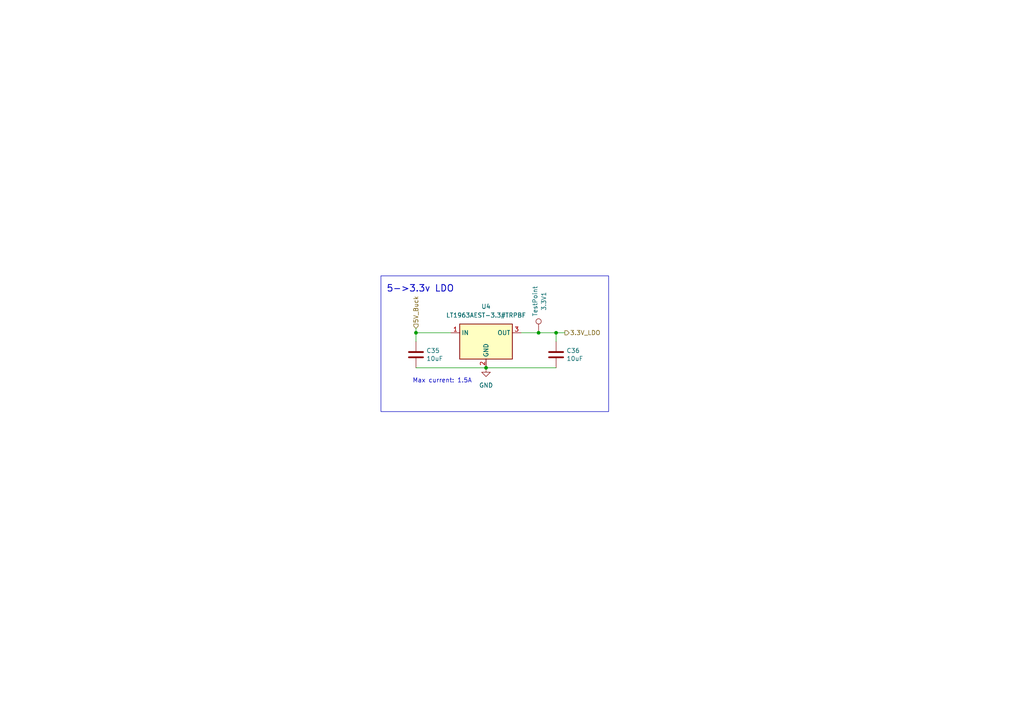
<source format=kicad_sch>
(kicad_sch (version 20250114) (generator "eeschema") (generator_version "9.0")
  (paper "A4")
  (lib_symbols
    (symbol "Connector:TestPoint" (pin_numbers (hide yes)) (pin_names (offset 0.762) (hide yes))
      (property "Reference" "TP" (at 0 6.858 0))
      (property "Value" "TestPoint" (at 0 5.08 0))
      (symbol "TestPoint_0_1"
        (circle (center 0 3.302) (radius 0.762))
      )
      (symbol "TestPoint_1_1"
        (pin passive line (at 0 0 90) (length 2.54) (name "1") (number "1"))
      )
    )
    (symbol "Device:C" (pin_numbers (hide yes)) (pin_names (offset 0.254))
      (property "Reference" "C" (at 0.635 2.54 0))
      (property "Value" "C" (at 0.635 -2.54 0))
      (symbol "C_0_1"
        (polyline (pts (xy -2.032 0.762) (xy 2.032 0.762)) (stroke (width 0.508)))
        (polyline (pts (xy -2.032 -0.762) (xy 2.032 -0.762)) (stroke (width 0.508)))
      )
      (symbol "C_1_1"
        (pin passive line (at 0 3.81 270) (length 2.794) (name "~") (number "1"))
        (pin passive line (at 0 -3.81 90) (length 2.794) (name "~") (number "2"))
      )
    )
    (symbol "Regulator_Linear:LT1963AxST-3.3"
      (property "Reference" "U" (at -7.62 6.35 0))
      (property "Value" "LT1963AxST-3.3" (at -1.27 6.35 0))
      (symbol "LT1963AxST-3.3_0_1"
        (rectangle (start -7.62 5.08) (end 7.62 -5.08) (stroke (width 0.254)) (fill (type background)))
      )
      (symbol "LT1963AxST-3.3_1_1"
        (pin power_in line (at -10.16 2.54 0) (length 2.54) (name "IN") (number "1"))
        (pin power_in line (at 0 -7.62 90) (length 2.54) (name "GND") (number "2"))
        (pin power_out line (at 10.16 2.54 180) (length 2.54) (name "OUT") (number "3"))
      )
    )
    (symbol "power:GND" (power) (pin_numbers (hide yes)) (pin_names (offset 0) (hide yes))
      (property "Value" "GND" (at 0 -3.81 0))
      (symbol "GND_0_1"
        (polyline (pts (xy 0 0) (xy 0 -1.27) (xy 1.27 -1.27) (xy 0 -2.54) (xy -1.27 -1.27) (xy 0 -1.27)))
      )
      (symbol "GND_1_1"
        (pin power_in line (at 0 0 270) (length 0) (name "~") (number "1"))
      )
    )
  )
  (rectangle (start 110.49 80.01) (end 176.53 119.38))
  (text "5->3.3v LDO" (at 121.92 83.82 0) (effects (font (size 1.905 1.905) (thickness 0.2381))))
  (text "Max current: 1.5A" (at 128.27 110.49 0) (effects (font (size 1.27 1.27))))
  (junction (at 120.65 96.52))
  (junction (at 161.29 96.52))
  (junction (at 156.21 96.52))
  (junction (at 140.97 106.68))
  (wire (pts (xy 120.65 96.52) (xy 120.65 95.25)))
  (wire (pts (xy 130.81 96.52) (xy 120.65 96.52)))
  (wire (pts (xy 156.21 96.52) (xy 161.29 96.52)))
  (wire (pts (xy 161.29 96.52) (xy 161.29 99.06)))
  (wire (pts (xy 120.65 99.06) (xy 120.65 96.52)))
  (wire (pts (xy 120.65 106.68) (xy 140.97 106.68)))
  (wire (pts (xy 156.21 96.52) (xy 151.13 96.52)))
  (wire (pts (xy 140.97 106.68) (xy 161.29 106.68)))
  (wire (pts (xy 161.29 96.52) (xy 163.83 96.52)))
  (hierarchical_label "3.3V_LDO" (shape output) (at 163.83 96.52 0))
  (hierarchical_label "5V_Buck" (shape input) (at 120.65 95.25 90))
  (symbol (lib_id "Device:C") (at 120.65 102.87 0) (unit 1)
    (property "Reference" "C35" (at 123.6472 101.7016 0) (effects (justify left)))
    (property "Value" "10uF" (at 123.6472 104.013 0) (effects (justify left)))
    (property "Footprint" "Capacitor_SMD:C_0603_1608Metric_Pad1.08x0.95mm_HandSolder" (effects (hide yes)))
    (property "Description" "LDO cap c35" (effects (hide yes)))
    (property "P/N" "GRM21BR61H106KE43K" (effects (hide yes)))
  )
  (symbol (lib_id "Connector:TestPoint") (at 156.21 96.52 0) (unit 1)
    (property "Reference" "3.3V1" (at 157.734 87.376 90))
    (property "Value" "TestPoint" (at 155.194 87.376 90))
    (property "Footprint" "TestPoint:TestPoint_Pad_1.0x1.0mm" (effects (hide yes)))
  )
  (symbol (lib_id "power:GND") (at 140.97 106.68 0) (unit 1)
    (property "Reference" "#PWR0100" (effects (hide yes)))
    (property "Value" "GND" (at 140.97 111.76 0))
    (property "Description" "Power symbol creates a global label with name \"GND\" , ground" (effects (hide yes)))
  )
  (symbol (lib_id "Device:C") (at 161.29 102.87 0) (unit 1)
    (property "Reference" "C36" (at 164.2872 101.7016 0) (effects (justify left)))
    (property "Value" "10uF" (at 164.2872 104.013 0) (effects (justify left)))
    (property "Footprint" "Capacitor_SMD:C_0603_1608Metric_Pad1.08x0.95mm_HandSolder" (effects (hide yes)))
    (property "Description" "LDO cap c35" (effects (hide yes)))
    (property "P/N" "GRM21BR61H106KE43K" (effects (hide yes)))
  )
  (symbol (lib_id "Regulator_Linear:LT1963AxST-3.3") (at 140.97 99.06 0) (unit 1)
    (property "Reference" "U4" (at 140.97 88.9 0))
    (property "Value" "LT1963AEST-3.3#TRPBF" (at 140.97 91.44 0))
    (property "Footprint" "Package_TO_SOT_SMD:SOT-223-3_TabPin2" (effects (hide yes)))
    (property "Datasheet" "https://www.analog.com/media/en/technical-documentation/data-sheets/1963aff.pdf" (effects (hide yes)))
    (property "Description" "LDO" (effects (hide yes)))
    (property "P/N" "LT1963AEST-3.3#TRPBF " (effects (hide yes)))
  )
)
</source>
